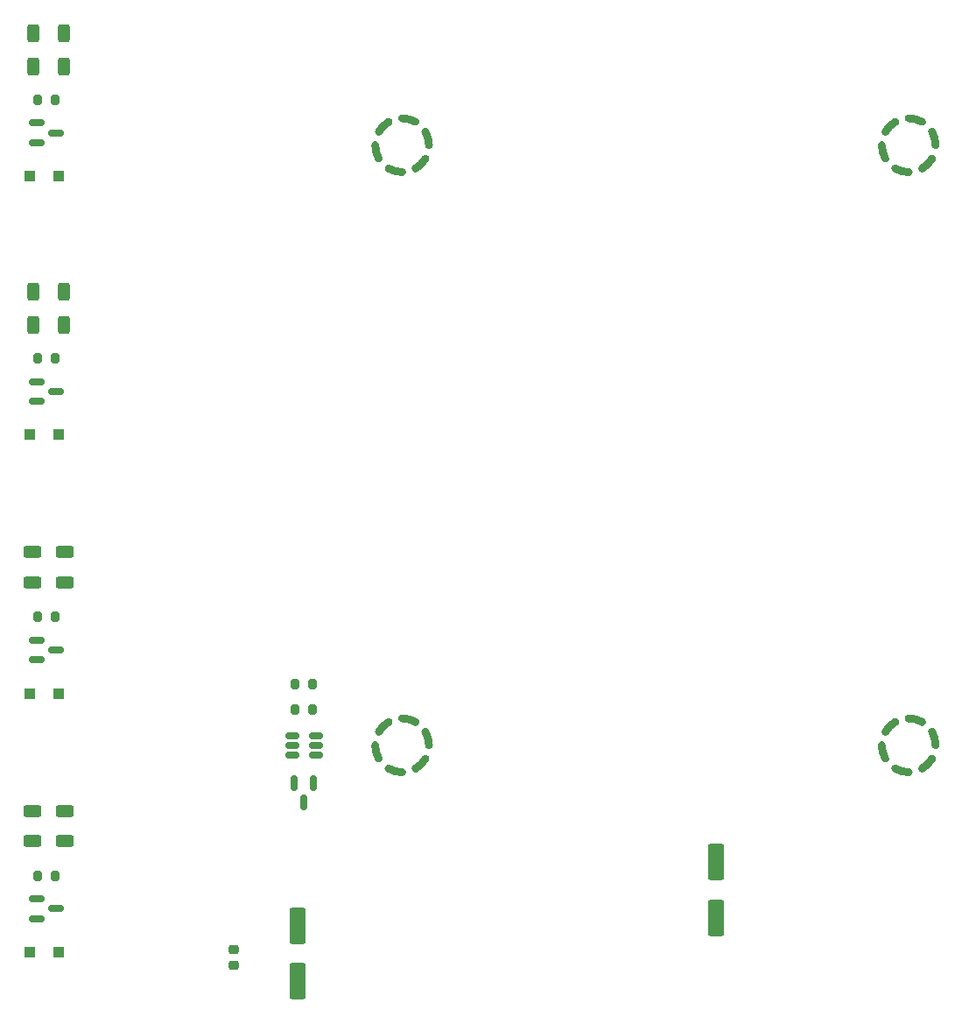
<source format=gbr>
%TF.GenerationSoftware,KiCad,Pcbnew,8.0.1*%
%TF.CreationDate,2024-03-18T01:33:03-07:00*%
%TF.ProjectId,huffboard,68756666-626f-4617-9264-2e6b69636164,rev?*%
%TF.SameCoordinates,Original*%
%TF.FileFunction,Paste,Top*%
%TF.FilePolarity,Positive*%
%FSLAX46Y46*%
G04 Gerber Fmt 4.6, Leading zero omitted, Abs format (unit mm)*
G04 Created by KiCad (PCBNEW 8.0.1) date 2024-03-18 01:33:03*
%MOMM*%
%LPD*%
G01*
G04 APERTURE LIST*
G04 Aperture macros list*
%AMRoundRect*
0 Rectangle with rounded corners*
0 $1 Rounding radius*
0 $2 $3 $4 $5 $6 $7 $8 $9 X,Y pos of 4 corners*
0 Add a 4 corners polygon primitive as box body*
4,1,4,$2,$3,$4,$5,$6,$7,$8,$9,$2,$3,0*
0 Add four circle primitives for the rounded corners*
1,1,$1+$1,$2,$3*
1,1,$1+$1,$4,$5*
1,1,$1+$1,$6,$7*
1,1,$1+$1,$8,$9*
0 Add four rect primitives between the rounded corners*
20,1,$1+$1,$2,$3,$4,$5,0*
20,1,$1+$1,$4,$5,$6,$7,0*
20,1,$1+$1,$6,$7,$8,$9,0*
20,1,$1+$1,$8,$9,$2,$3,0*%
G04 Aperture macros list end*
%ADD10C,0.750000*%
%ADD11RoundRect,0.150000X0.512500X0.150000X-0.512500X0.150000X-0.512500X-0.150000X0.512500X-0.150000X0*%
%ADD12RoundRect,0.250000X-0.625000X0.312500X-0.625000X-0.312500X0.625000X-0.312500X0.625000X0.312500X0*%
%ADD13RoundRect,0.250000X-0.550000X1.500000X-0.550000X-1.500000X0.550000X-1.500000X0.550000X1.500000X0*%
%ADD14RoundRect,0.250000X-0.300000X-0.300000X0.300000X-0.300000X0.300000X0.300000X-0.300000X0.300000X0*%
%ADD15RoundRect,0.200000X0.200000X0.275000X-0.200000X0.275000X-0.200000X-0.275000X0.200000X-0.275000X0*%
%ADD16RoundRect,0.250000X0.625000X-0.312500X0.625000X0.312500X-0.625000X0.312500X-0.625000X-0.312500X0*%
%ADD17RoundRect,0.200000X-0.200000X-0.275000X0.200000X-0.275000X0.200000X0.275000X-0.200000X0.275000X0*%
%ADD18RoundRect,0.150000X-0.587500X-0.150000X0.587500X-0.150000X0.587500X0.150000X-0.587500X0.150000X0*%
%ADD19RoundRect,0.250000X-0.312500X-0.625000X0.312500X-0.625000X0.312500X0.625000X-0.312500X0.625000X0*%
%ADD20RoundRect,0.250000X0.312500X0.625000X-0.312500X0.625000X-0.312500X-0.625000X0.312500X-0.625000X0*%
%ADD21RoundRect,0.150000X-0.150000X0.587500X-0.150000X-0.587500X0.150000X-0.587500X0.150000X0.587500X0*%
%ADD22RoundRect,0.225000X-0.250000X0.225000X-0.250000X-0.225000X0.250000X-0.225000X0.250000X0.225000X0*%
G04 APERTURE END LIST*
D10*
%TO.C,H1*%
X192748335Y-38700000D02*
G75*
G02*
X193702696Y-37746781I2251665J-1300000D01*
G01*
X192748335Y-41300000D02*
G75*
G02*
X192400003Y-39996888I2251665J1300000D01*
G01*
X195000000Y-37400000D02*
G75*
G02*
X196302694Y-37749892I0J-2600000D01*
G01*
X195000000Y-42600000D02*
G75*
G02*
X193697306Y-42250108I0J2599996D01*
G01*
X197251665Y-38700000D02*
G75*
G02*
X197599997Y-40003112I-2251677J-1300003D01*
G01*
X197251665Y-41300000D02*
G75*
G02*
X196297304Y-42253219I-2251669J1300005D01*
G01*
%TO.C,H2*%
X241748335Y-38700000D02*
G75*
G02*
X242702696Y-37746781I2251665J-1300000D01*
G01*
X241748335Y-41300000D02*
G75*
G02*
X241400003Y-39996888I2251665J1300000D01*
G01*
X244000000Y-37400000D02*
G75*
G02*
X245302694Y-37749892I0J-2600000D01*
G01*
X244000000Y-42600000D02*
G75*
G02*
X242697306Y-42250108I0J2599996D01*
G01*
X246251665Y-38700000D02*
G75*
G02*
X246599997Y-40003112I-2251677J-1300003D01*
G01*
X246251665Y-41300000D02*
G75*
G02*
X245297304Y-42253219I-2251669J1300005D01*
G01*
%TO.C,H4*%
X241748335Y-96700000D02*
G75*
G02*
X242702696Y-95746781I2251665J-1300000D01*
G01*
X241748335Y-99300000D02*
G75*
G02*
X241400003Y-97996888I2251665J1300000D01*
G01*
X244000000Y-95400000D02*
G75*
G02*
X245302694Y-95749892I0J-2600000D01*
G01*
X244000000Y-100600000D02*
G75*
G02*
X242697306Y-100250108I0J2599996D01*
G01*
X246251665Y-96700000D02*
G75*
G02*
X246599997Y-98003112I-2251677J-1300003D01*
G01*
X246251665Y-99300000D02*
G75*
G02*
X245297304Y-100253219I-2251669J1300005D01*
G01*
%TO.C,H3*%
X192748335Y-96700000D02*
G75*
G02*
X193702696Y-95746781I2251665J-1300000D01*
G01*
X192748335Y-99300000D02*
G75*
G02*
X192400003Y-97996888I2251665J1300000D01*
G01*
X195000000Y-95400000D02*
G75*
G02*
X196302694Y-95749892I0J-2600000D01*
G01*
X195000000Y-100600000D02*
G75*
G02*
X193697306Y-100250108I0J2599996D01*
G01*
X197251665Y-96700000D02*
G75*
G02*
X197599997Y-98003112I-2251677J-1300003D01*
G01*
X197251665Y-99300000D02*
G75*
G02*
X196297304Y-100253219I-2251669J1300005D01*
G01*
%TD*%
D11*
%TO.C,Q3*%
X186637500Y-98979998D03*
X186637500Y-98029999D03*
X186637500Y-97080000D03*
X184362500Y-97080000D03*
X184362500Y-98029999D03*
X184362500Y-98979998D03*
%TD*%
D12*
%TO.C,R12*%
X162400000Y-79337500D03*
X162400000Y-82262500D03*
%TD*%
D13*
%TO.C,C3*%
X184872290Y-115433229D03*
X184872290Y-120833229D03*
%TD*%
D14*
%TO.C,D3*%
X159000001Y-93000000D03*
X161799999Y-93000000D03*
%TD*%
D15*
%TO.C,R1*%
X161425000Y-110600000D03*
X159775000Y-110600000D03*
%TD*%
D16*
%TO.C,R11*%
X159200000Y-82262500D03*
X159200000Y-79337500D03*
%TD*%
D17*
%TO.C,R2*%
X184675000Y-92067499D03*
X186325000Y-92067499D03*
%TD*%
D18*
%TO.C,Q4*%
X159676257Y-37850000D03*
X159676257Y-39750000D03*
X161551258Y-38800000D03*
%TD*%
%TO.C,Q1*%
X159662500Y-112850000D03*
X159662500Y-114750000D03*
X161537501Y-113800000D03*
%TD*%
D16*
%TO.C,R7*%
X159200000Y-107262500D03*
X159200000Y-104337500D03*
%TD*%
D19*
%TO.C,R14*%
X159337500Y-57400000D03*
X162262500Y-57400000D03*
%TD*%
D15*
%TO.C,R6*%
X161425000Y-60600000D03*
X159775000Y-60600000D03*
%TD*%
%TO.C,R5*%
X161425000Y-85600000D03*
X159775000Y-85600000D03*
%TD*%
D20*
%TO.C,R9*%
X162262500Y-29200000D03*
X159337500Y-29200000D03*
%TD*%
D21*
%TO.C,Q2*%
X186450000Y-101629999D03*
X184550000Y-101629999D03*
X185500000Y-103505000D03*
%TD*%
D15*
%TO.C,R3*%
X186325000Y-94567499D03*
X184675000Y-94567499D03*
%TD*%
D14*
%TO.C,D4*%
X159000001Y-68000000D03*
X161799999Y-68000000D03*
%TD*%
D18*
%TO.C,Q6*%
X159662500Y-62850000D03*
X159662500Y-64750000D03*
X161537501Y-63800000D03*
%TD*%
D14*
%TO.C,D1*%
X159000001Y-118000000D03*
X161799999Y-118000000D03*
%TD*%
D20*
%TO.C,R13*%
X162262500Y-54200000D03*
X159337500Y-54200000D03*
%TD*%
D19*
%TO.C,R10*%
X159337500Y-32400000D03*
X162262500Y-32400000D03*
%TD*%
D13*
%TO.C,C1*%
X225372290Y-109300000D03*
X225372290Y-114700000D03*
%TD*%
D15*
%TO.C,R4*%
X161425000Y-35600000D03*
X159775000Y-35600000D03*
%TD*%
D14*
%TO.C,D2*%
X159000001Y-43000000D03*
X161799999Y-43000000D03*
%TD*%
D12*
%TO.C,R8*%
X162400000Y-104337500D03*
X162400000Y-107262500D03*
%TD*%
D22*
%TO.C,C2*%
X178725000Y-117725000D03*
X178725000Y-119275000D03*
%TD*%
D18*
%TO.C,Q5*%
X159662500Y-87850000D03*
X159662500Y-89750000D03*
X161537501Y-88800000D03*
%TD*%
M02*

</source>
